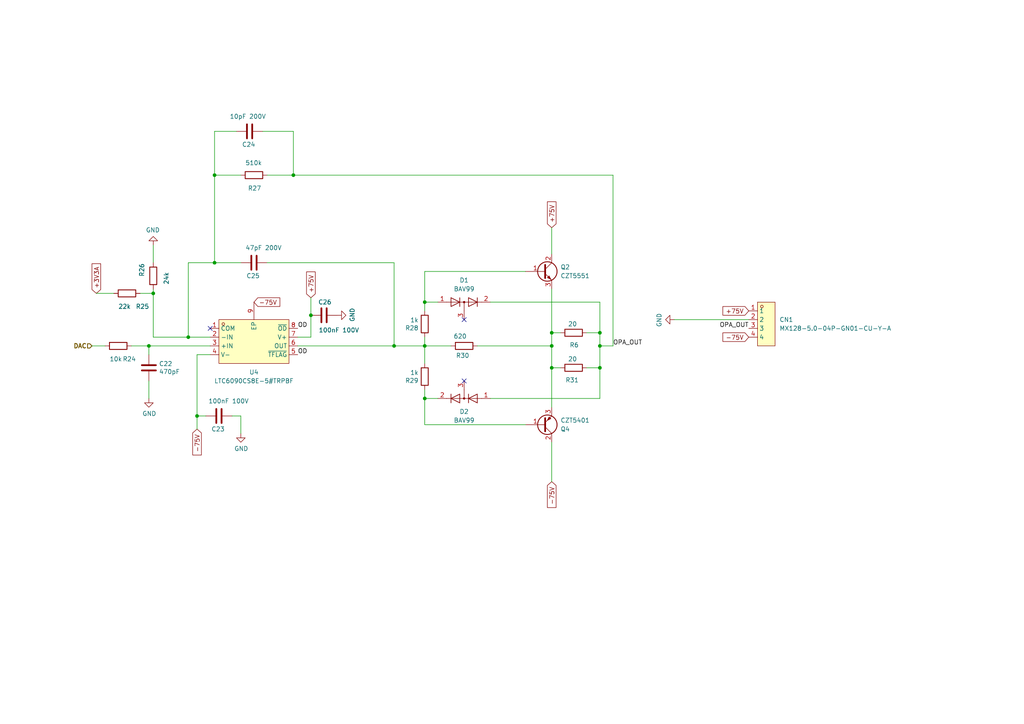
<source format=kicad_sch>
(kicad_sch (version 20231120) (generator "eeschema") (generator_version "8.0")
  (paper "A4")
  (lib_symbols
    (symbol "piezo_driver:BAV99" (pin_names hide)
      (property "Reference" "D" (at 0 5.08 0))
      (property "Value" "BAV99" (at 0 2.54 0))
      (symbol "BAV99_0_1"
        (polyline (pts (xy -5.08 0) (xy 5.08 0)))
      )
      (symbol "BAV99_1_1"
        (polyline (pts (xy 0 0) (xy 0 -2.54)))
        (polyline (pts (xy -1.27 -1.27) (xy -1.27 1.27) (xy -1.27 1.27)) (stroke (width 0.2032)))
        (polyline (pts (xy 3.81 1.27) (xy 3.81 -1.27) (xy 3.81 -1.27)) (stroke (width 0.2032)))
        (polyline (pts (xy -3.81 1.27) (xy -1.27 0) (xy -3.81 -1.27) (xy -3.81 1.27) (xy -3.81 1.27) (xy -3.81 1.27)) (stroke (width 0.2032)))
        (polyline (pts (xy 1.27 1.27) (xy 3.81 0) (xy 1.27 -1.27) (xy 1.27 1.27) (xy 1.27 1.27) (xy 1.27 1.27)) (stroke (width 0.2032)))
        (circle (center 0 0) (radius 0.254) (fill (type outline)))
        (pin passive line (at -7.62 0 0) (length 2.54) (name "K") (number "1"))
        (pin passive line (at 7.62 0 180) (length 2.54) (name "A") (number "2"))
        (pin passive line (at 0 -5.08 90) (length 2.54) (name "K") (number "3"))
      )
    )
    (symbol "piezo_driver:BCP53" (pin_names (offset 0) hide)
      (property "Reference" "Q6" (at 5.08 1.2701 0))
      (property "Value" "CZT5401" (at 5.08 -1.2699 0))
      (symbol "BCP53_0_1"
        (polyline (pts (xy 0.635 0.635) (xy 2.54 2.54)))
        (polyline (pts (xy 0.635 -0.635) (xy 2.54 -2.54) (xy 2.54 -2.54)))
        (polyline (pts (xy 0.635 1.905) (xy 0.635 -1.905) (xy 0.635 -1.905)) (stroke (width 0.508)))
        (polyline (pts (xy 2.286 -1.778) (xy 1.778 -2.286) (xy 1.27 -1.27) (xy 2.286 -1.778) (xy 2.286 -1.778)) (fill (type outline)))
        (circle (center 1.27 0) (radius 2.8194) (stroke (width 0.254)))
      )
      (symbol "BCP53_1_1"
        (pin input line (at -5.08 0 0) (length 5.715) (name "B") (number "1"))
        (pin passive line (at 2.54 5.08 270) (length 2.54) (name "C") (number "2"))
        (pin passive line (at 2.54 -5.08 90) (length 2.54) (name "E") (number "3"))
      )
    )
    (symbol "piezo_driver:BCP56" (pin_names (offset 0) hide)
      (property "Reference" "Q3" (at 5.08 1.2701 0))
      (property "Value" "CZT5551" (at 5.08 -1.2699 0))
      (symbol "BCP56_0_1"
        (polyline (pts (xy 0.635 0.635) (xy 2.54 2.54)))
        (polyline (pts (xy 0.635 -0.635) (xy 2.54 -2.54) (xy 2.54 -2.54)))
        (polyline (pts (xy 0.635 1.905) (xy 0.635 -1.905) (xy 0.635 -1.905)) (stroke (width 0.508)))
        (polyline (pts (xy 1.27 -1.778) (xy 1.778 -1.27) (xy 2.286 -2.286) (xy 1.27 -1.778) (xy 1.27 -1.778)) (fill (type outline)))
        (circle (center 1.27 0) (radius 2.8194) (stroke (width 0.254)))
      )
      (symbol "BCP56_1_1"
        (pin input line (at -5.08 0 0) (length 5.715) (name "B") (number "1"))
        (pin passive line (at 2.54 5.08 270) (length 2.54) (name "C") (number "2"))
        (pin passive line (at 2.54 -5.08 90) (length 2.54) (name "E") (number "3"))
      )
    )
    (symbol "piezo_driver:C" (pin_numbers hide) (pin_names (offset 0.254))
      (property "Reference" "C" (at 0.635 2.54 0))
      (property "Value" "C" (at 0.635 -2.54 0))
      (symbol "C_0_1"
        (polyline (pts (xy -2.032 -0.762) (xy 2.032 -0.762)) (stroke (width 0.508)))
        (polyline (pts (xy -2.032 0.762) (xy 2.032 0.762)) (stroke (width 0.508)))
      )
      (symbol "C_1_1"
        (pin passive line (at 0 3.81 270) (length 2.794) (name "~") (number "1"))
        (pin passive line (at 0 -3.81 90) (length 2.794) (name "~") (number "2"))
      )
    )
    (symbol "piezo_driver:GND" (power) (pin_names (offset 0))
      (property "Value" "GND" (at 0 -3.81 0))
      (symbol "GND_0_1"
        (polyline (pts (xy 0 0) (xy 0 -1.27) (xy 1.27 -1.27) (xy 0 -2.54) (xy -1.27 -1.27) (xy 0 -1.27)))
      )
      (symbol "GND_1_1"
        (pin power_in line (at 0 0 270) (length 0) hide (name "GND") (number "1"))
      )
    )
    (symbol "piezo_driver:LTC6090CS8E-5#TRPBF"
      (property "Reference" "U" (at 0 15.24 0))
      (property "Value" "LTC6090CS8E-5#TRPBF" (at 0 -10.16 0))
      (symbol "LTC6090CS8E-5#TRPBF_0_1"
        (rectangle (start -10.16 5.08) (end 10.16 -7.62) (fill (type background)))
        (circle (center -8.89 3.81) (radius 0.38))
        (pin unspecified line (at -12.7 2.54 0) (length 2.54) (name "COM") (number "1"))
        (pin unspecified line (at -12.7 0 0) (length 2.54) (name "-IN") (number "2"))
        (pin unspecified line (at -12.7 -2.54 0) (length 2.54) (name "+IN") (number "3"))
        (pin unspecified line (at -12.7 -5.08 0) (length 2.54) (name "V-") (number "4"))
        (pin unspecified line (at 12.7 -5.08 180) (length 2.54) (name "~{TFLAG}") (number "5"))
        (pin unspecified line (at 12.7 -2.54 180) (length 2.54) (name "OUT") (number "6"))
        (pin unspecified line (at 12.7 0 180) (length 2.54) (name "V+") (number "7"))
        (pin unspecified line (at 12.7 2.54 180) (length 2.54) (name "~{OD}") (number "8"))
        (pin unspecified line (at 0 10.16 270) (length 5.08) (name "EP") (number "9"))
      )
    )
    (symbol "piezo_driver:MX128-5.0-04P-GN01-CU-Y-A"
      (property "Reference" "CN" (at 0 8.89 0))
      (property "Value" "MX128-5.0-04P-GN01-CU-Y-A" (at 0 -8.89 0))
      (symbol "MX128-5.0-04P-GN01-CU-Y-A_0_1"
        (rectangle (start -2.54 6.35) (end 2.54 -6.35) (fill (type background)))
        (circle (center -1.27 5.08) (radius 0.38))
        (pin unspecified line (at -5.08 3.81 0) (length 2.54) (name "1") (number "1"))
        (pin unspecified line (at -5.08 1.27 0) (length 2.54) (name "2") (number "2"))
        (pin unspecified line (at -5.08 -1.27 0) (length 2.54) (name "3") (number "3"))
        (pin unspecified line (at -5.08 -3.81 0) (length 2.54) (name "4") (number "4"))
      )
    )
    (symbol "piezo_driver:R" (pin_numbers hide) (pin_names (offset 0))
      (property "Reference" "R" (at 2.032 0 90))
      (property "Value" "R" (at 0 0 90))
      (symbol "R_0_1"
        (rectangle (start -1.016 -2.54) (end 1.016 2.54) (stroke (width 0.254)))
      )
      (symbol "R_1_1"
        (pin passive line (at 0 3.81 270) (length 1.27) (name "~") (number "1"))
        (pin passive line (at 0 -3.81 90) (length 1.27) (name "~") (number "2"))
      )
    )
  )
  (junction (at 173.99 96.52))
  (junction (at 123.19 87.63))
  (junction (at 62.23 50.8))
  (junction (at 57.15 120.65))
  (junction (at 54.61 97.79))
  (junction (at 114.3 100.33))
  (junction (at 160.02 100.33))
  (junction (at 160.02 96.52))
  (junction (at 160.02 106.68))
  (junction (at 62.23 76.2))
  (junction (at 90.17 91.44))
  (junction (at 43.18 100.33))
  (junction (at 85.09 50.8))
  (junction (at 123.19 100.33))
  (junction (at 173.99 100.33))
  (junction (at 173.99 106.68))
  (junction (at 123.19 115.57))
  (junction (at 44.45 85.09))
  (no_connect (at 134.62 110.49))
  (no_connect (at 60.96 95.25))
  (no_connect (at 134.62 92.71))
  (wire (pts (xy 86.36 100.33) (xy 114.3 100.33)))
  (wire (pts (xy 44.45 85.09) (xy 44.45 97.79)))
  (wire (pts (xy 40.64 85.09) (xy 44.45 85.09)))
  (wire (pts (xy 160.02 106.68) (xy 160.02 118.11)))
  (wire (pts (xy 123.19 123.19) (xy 152.4 123.19)))
  (wire (pts (xy 123.19 123.19) (xy 123.19 115.57)))
  (wire (pts (xy 123.19 97.79) (xy 123.19 100.33)))
  (wire (pts (xy 68.58 38.1) (xy 62.23 38.1)))
  (wire (pts (xy 177.8 100.33) (xy 173.99 100.33)))
  (wire (pts (xy 44.45 83.82) (xy 44.45 85.09)))
  (wire (pts (xy 77.47 76.2) (xy 114.3 76.2)))
  (wire (pts (xy 170.18 96.52) (xy 173.99 96.52)))
  (wire (pts (xy 173.99 115.57) (xy 142.24 115.57)))
  (wire (pts (xy 160.02 96.52) (xy 162.56 96.52)))
  (wire (pts (xy 123.19 115.57) (xy 127 115.57)))
  (wire (pts (xy 160.02 139.7) (xy 160.02 128.27)))
  (wire (pts (xy 57.15 124.46) (xy 57.15 120.65)))
  (wire (pts (xy 62.23 50.8) (xy 62.23 76.2)))
  (wire (pts (xy 59.69 120.65) (xy 57.15 120.65)))
  (wire (pts (xy 27.94 85.09) (xy 33.02 85.09)))
  (wire (pts (xy 69.85 76.2) (xy 62.23 76.2)))
  (wire (pts (xy 160.02 106.68) (xy 162.56 106.68)))
  (wire (pts (xy 57.15 102.87) (xy 60.96 102.87)))
  (wire (pts (xy 57.15 120.65) (xy 57.15 102.87)))
  (wire (pts (xy 123.19 113.03) (xy 123.19 115.57)))
  (wire (pts (xy 26.67 100.33) (xy 30.48 100.33)))
  (wire (pts (xy 160.02 83.82) (xy 160.02 96.52)))
  (wire (pts (xy 114.3 100.33) (xy 114.3 76.2)))
  (wire (pts (xy 123.19 78.74) (xy 123.19 87.63)))
  (wire (pts (xy 195.58 92.71) (xy 217.17 92.71)))
  (wire (pts (xy 76.2 38.1) (xy 85.09 38.1)))
  (wire (pts (xy 177.8 50.8) (xy 177.8 100.33)))
  (wire (pts (xy 123.19 90.17) (xy 123.19 87.63)))
  (wire (pts (xy 160.02 96.52) (xy 160.02 100.33)))
  (wire (pts (xy 85.09 50.8) (xy 177.8 50.8)))
  (wire (pts (xy 123.19 100.33) (xy 123.19 105.41)))
  (wire (pts (xy 114.3 100.33) (xy 123.19 100.33)))
  (wire (pts (xy 173.99 87.63) (xy 142.24 87.63)))
  (wire (pts (xy 85.09 38.1) (xy 85.09 50.8)))
  (wire (pts (xy 170.18 106.68) (xy 173.99 106.68)))
  (wire (pts (xy 54.61 76.2) (xy 54.61 97.79)))
  (wire (pts (xy 90.17 86.36) (xy 90.17 91.44)))
  (wire (pts (xy 69.85 50.8) (xy 62.23 50.8)))
  (wire (pts (xy 123.19 100.33) (xy 130.81 100.33)))
  (wire (pts (xy 173.99 106.68) (xy 173.99 100.33)))
  (wire (pts (xy 69.85 125.73) (xy 69.85 120.65)))
  (wire (pts (xy 44.45 97.79) (xy 54.61 97.79)))
  (wire (pts (xy 43.18 102.87) (xy 43.18 100.33)))
  (wire (pts (xy 43.18 100.33) (xy 60.96 100.33)))
  (wire (pts (xy 43.18 100.33) (xy 38.1 100.33)))
  (wire (pts (xy 123.19 87.63) (xy 127 87.63)))
  (wire (pts (xy 160.02 66.04) (xy 160.02 73.66)))
  (wire (pts (xy 44.45 71.12) (xy 44.45 76.2)))
  (wire (pts (xy 62.23 76.2) (xy 54.61 76.2)))
  (wire (pts (xy 173.99 87.63) (xy 173.99 96.52)))
  (wire (pts (xy 54.61 97.79) (xy 60.96 97.79)))
  (wire (pts (xy 43.18 110.49) (xy 43.18 115.57)))
  (wire (pts (xy 160.02 106.68) (xy 160.02 100.33)))
  (wire (pts (xy 173.99 106.68) (xy 173.99 115.57)))
  (wire (pts (xy 77.47 50.8) (xy 85.09 50.8)))
  (wire (pts (xy 173.99 96.52) (xy 173.99 100.33)))
  (wire (pts (xy 90.17 97.79) (xy 86.36 97.79)))
  (wire (pts (xy 67.31 120.65) (xy 69.85 120.65)))
  (wire (pts (xy 90.17 91.44) (xy 90.17 97.79)))
  (wire (pts (xy 62.23 38.1) (xy 62.23 50.8)))
  (wire (pts (xy 123.19 78.74) (xy 152.4 78.74)))
  (wire (pts (xy 160.02 100.33) (xy 138.43 100.33)))
  (label "OD" (at 86.36 95.25 0) (effects (font (thickness 0.1588))))
  (label "OD" (at 86.36 102.87 0) (effects (font (thickness 0.1588))))
  (label "OPA_OUT" (at 217.17 95.25 180))
  (label "OPA_OUT" (at 177.8 100.33 0))
  (global_label "+3V3A" (shape input) (at 27.94 85.09 90) (property "Intersheetrefs" "${INTERSHEET_REFS}" (effects (hide yes))))
  (global_label "+75V" (shape input) (at 217.17 90.17 180) (property "Intersheetrefs" "${INTERSHEET_REFS}" (effects (hide yes))))
  (global_label "-75V" (shape input) (at 57.15 124.46 270) (property "Intersheetrefs" "${INTERSHEET_REFS}" (effects (hide yes))))
  (global_label "-75V" (shape input) (at 160.02 139.7 270) (property "Intersheetrefs" "${INTERSHEET_REFS}" (effects (hide yes))))
  (global_label "-75V" (shape input) (at 73.66 87.63 0) (property "Intersheetrefs" "${INTERSHEET_REFS}" (effects (hide yes))))
  (global_label "+75V" (shape input) (at 90.17 86.36 90) (property "Intersheetrefs" "${INTERSHEET_REFS}" (effects (hide yes))))
  (global_label "-75V" (shape input) (at 217.17 97.79 180) (property "Intersheetrefs" "${INTERSHEET_REFS}" (effects (hide yes))))
  (global_label "+75V" (shape input) (at 160.02 66.04 90) (property "Intersheetrefs" "${INTERSHEET_REFS}" (effects (hide yes))))
  (hierarchical_label "DAC" (shape input) (at 26.67 100.33 180) (effects (font (thickness 0.254) (bold yes))))
  (symbol (lib_id "piezo_driver:GND") (at 44.45 71.12 180) (unit 1)
    (property "Reference" "#PWR033" (effects (hide yes)))
    (property "Value" "GND" (at 44.323 66.7258 0))
    (instances (project "piezo_driver" (path "" (reference "#PWR033") (unit 1)) (path "" (reference "#PWR0104") (unit 1)) (path "" (reference "#PWR099") (unit 1))))
  )
  (symbol (lib_id "piezo_driver:GND") (at 69.85 125.73 0) (unit 1)
    (property "Reference" "#PWR034" (effects (hide yes)))
    (property "Value" "GND" (at 69.977 130.1242 0))
    (instances (project "piezo_driver" (path "" (reference "#PWR034") (unit 1)) (path "" (reference "#PWR0105") (unit 1)) (path "" (reference "#PWR0100") (unit 1))))
  )
  (symbol (lib_id "piezo_driver:R") (at 36.83 85.09 270) (unit 1)
    (property "Reference" "R25" (at 39.37 88.9 90) (effects (justify left)))
    (property "Value" "22k" (at 34.29 88.9 90) (effects (justify left)))
    (property "Footprint" "piezo_driver:R_0603_1608Metric_u" (effects (hide yes)))
    (property "LCSC" "C31850" (effects (hide yes)))
    (instances (project "piezo_driver" (path "" (reference "R25") (unit 1)) (path "" (reference "R59") (unit 1)) (path "" (reference "R51") (unit 1))))
  )
  (symbol (lib_id "piezo_driver:C") (at 63.5 120.65 90) (unit 1)
    (property "Reference" "C23" (at 63.246 124.46 90))
    (property "Value" "100nF 100V" (at 66.294 116.332 90))
    (property "Footprint" "piezo_driver:C_0805_2012Metric_u" (effects (hide yes)))
    (property "Description" "Unpolarized capacitor" (effects (hide yes)))
    (property "LCSC" "C28233" (effects (hide yes)))
    (instances (project "piezo_driver" (path "" (reference "C23") (unit 1)) (path "" (reference "C67") (unit 1)) (path "" (reference "C62") (unit 1))))
  )
  (symbol (lib_id "piezo_driver:LTC6090CS8E-5#TRPBF") (at 73.66 97.79 0) (unit 1)
    (property "Reference" "U4" (at 73.66 107.95 0))
    (property "Value" "LTC6090CS8E-5#TRPBF" (at 73.66 110.49 0))
    (property "Footprint" "piezo_driver:SO-8_L4.9-W3.9-P1.27-LS6.0-BL-EP" (effects (hide yes)))
    (property "Datasheet" "https://lcsc.com/product-detail/Pre-ordered-Products_Analog-Devices_LTC6090CS8E-5-TRPBF_Analog-Devices-ADI-LINEAR-LTC6090CS8E-5-TRPBF_C688798.html" (effects (hide yes)))
    (property "LCSC Part" "C688797" (effects (hide yes)))
    (instances (project "piezo_driver" (path "" (reference "U4") (unit 1)) (path "" (reference "U11") (unit 1)) (path "" (reference "U10") (unit 1))))
  )
  (symbol (lib_id "piezo_driver:BCP56") (at 157.48 78.74 0) (unit 1)
    (property "Reference" "Q2" (at 162.56 77.4699 0) (effects (justify left)))
    (property "Value" "CZT5551" (at 162.56 80.0099 0) (effects (justify left)))
    (property "Footprint" "piezo_driver:SOT-223-3_TabPin2" (effects (hide yes)))
    (property "Datasheet" "https://www.nxp.com/docs/en/data-sheet/BCP56_BCX56_BC56PA.pdf" (effects (hide yes)))
    (property "Description" "1A Ic, 80V Vce, NPN Medium Power Transistor, SOT-223" (effects (hide yes)))
    (property "LCSC" "C513469" (effects (hide yes)))
    (instances (project "" (path "" (reference "Q2") (unit 1)) (path "" (reference "Q10") (unit 1)) (path "" (reference "Q3") (unit 1))))
  )
  (symbol (lib_id "piezo_driver:BAV99") (at 134.62 115.57 180) (unit 1)
    (property "Reference" "D2" (at 134.62 119.38 0))
    (property "Value" "BAV99" (at 134.62 121.92 0))
    (property "Footprint" "piezo_driver:SOT-23" (effects (hide yes)))
    (property "Datasheet" "https://assets.nexperia.com/documents/data-sheet/BAV99_SER.pdf" (effects (hide yes)))
    (property "Description" "BAV99 High-speed switching diodes, SOT-23" (effects (hide yes)))
    (property "LCSC" "C2500" (effects (hide yes)))
    (instances (project "piezo_driver" (path "" (reference "D2") (unit 1)) (path "" (reference "D13") (unit 1)) (path "" (reference "D11") (unit 1))))
  )
  (symbol (lib_id "piezo_driver:BAV99") (at 134.62 87.63 0) (unit 1)
    (property "Reference" "D1" (at 134.62 81.28 0))
    (property "Value" "BAV99" (at 134.62 83.82 0))
    (property "Footprint" "piezo_driver:SOT-23" (effects (hide yes)))
    (property "Datasheet" "https://assets.nexperia.com/documents/data-sheet/BAV99_SER.pdf" (effects (hide yes)))
    (property "Description" "BAV99 High-speed switching diodes, SOT-23" (effects (hide yes)))
    (property "LCSC" "C2500" (effects (hide yes)))
    (instances (project "piezo_driver" (path "" (reference "D1") (unit 1)) (path "" (reference "D12") (unit 1)) (path "" (reference "D10") (unit 1))))
  )
  (symbol (lib_id "piezo_driver:R") (at 166.37 106.68 90) (unit 1)
    (property "Reference" "R31" (at 167.894 110.236 90) (effects (justify left)))
    (property "Value" "20" (at 167.386 104.14 90) (effects (justify left)))
    (property "Footprint" "piezo_driver:R_1206_3216Metric" (effects (hide yes)))
    (property "LCSC" "C17955" (effects (hide yes)))
    (instances (project "piezo_driver" (path "" (reference "R31") (unit 1)) (path "" (reference "R65") (unit 1)) (path "" (reference "R57") (unit 1))))
  )
  (symbol (lib_id "piezo_driver:GND") (at 97.79 91.44 90) (unit 1)
    (property "Reference" "#PWR035" (effects (hide yes)))
    (property "Value" "GND" (at 102.1842 91.313 0))
    (instances (project "piezo_driver" (path "" (reference "#PWR035") (unit 1)) (path "" (reference "#PWR0106") (unit 1)) (path "" (reference "#PWR0101") (unit 1))))
  )
  (symbol (lib_id "piezo_driver:R") (at 73.66 50.8 270) (unit 1)
    (property "Reference" "R27" (at 71.882 54.61 90) (effects (justify left)))
    (property "Value" "510k" (at 71.12 47.244 90) (effects (justify left)))
    (property "Footprint" "piezo_driver:R_0603_1608Metric_u" (effects (hide yes)))
    (property "LCSC" "C23192" (effects (hide yes)))
    (instances (project "piezo_driver" (path "" (reference "R27") (unit 1)) (path "" (reference "R61") (unit 1)) (path "" (reference "R53") (unit 1))))
  )
  (symbol (lib_id "piezo_driver:GND") (at 195.58 92.71 270) (unit 1)
    (property "Reference" "#PWR036" (effects (hide yes)))
    (property "Value" "GND" (at 191.1858 92.837 0))
    (instances (project "piezo_driver" (path "" (reference "#PWR036") (unit 1)) (path "" (reference "#PWR0107") (unit 1)) (path "" (reference "#PWR0102") (unit 1))))
  )
  (symbol (lib_id "piezo_driver:R") (at 134.62 100.33 90) (unit 1)
    (property "Reference" "R30" (at 136.144 103.124 90) (effects (justify left)))
    (property "Value" "620" (at 135.382 97.536 90) (effects (justify left)))
    (property "Footprint" "piezo_driver:R_0603_1608Metric_u" (effects (hide yes)))
    (property "LCSC" "C23220" (effects (hide yes)))
    (instances (project "piezo_driver" (path "" (reference "R30") (unit 1)) (path "" (reference "R64") (unit 1)) (path "" (reference "R56") (unit 1))))
  )
  (symbol (lib_id "piezo_driver:R") (at 123.19 93.98 180) (unit 1)
    (property "Reference" "R28" (at 121.412 95.1484 0) (effects (justify left)))
    (property "Value" "1k" (at 121.412 92.837 0) (effects (justify left)))
    (property "Footprint" "piezo_driver:R_0603_1608Metric_u" (effects (hide yes)))
    (property "LCSC" "C21190" (effects (hide yes)))
    (instances (project "piezo_driver" (path "" (reference "R28") (unit 1)) (path "" (reference "R62") (unit 1)) (path "" (reference "R54") (unit 1))))
  )
  (symbol (lib_id "piezo_driver:MX128-5.0-04P-GN01-CU-Y-A") (at 222.25 93.98 0) (unit 1)
    (property "Reference" "CN1" (at 226.06 92.7099 0) (effects (justify left)))
    (property "Value" "MX128-5.0-04P-GN01-CU-Y-A" (at 226.06 95.2499 0) (effects (justify left)))
    (property "Footprint" "piezo_driver:CONN-TH_4P-MX128-5.0-04P-GN01-CU-Y-A" (effects (hide yes)))
    (property "LCSC Part" "C5290369" (effects (hide yes)))
    (instances (project "" (path "" (reference "CN1") (unit 1)) (path "" (reference "CN3") (unit 1)) (path "" (reference "CN2") (unit 1))))
  )
  (symbol (lib_id "piezo_driver:R") (at 44.45 80.01 0) (unit 1)
    (property "Reference" "R26" (at 41.148 80.264 90) (effects (justify left)))
    (property "Value" "24k" (at 48.26 82.55 90) (effects (justify left)))
    (property "Footprint" "piezo_driver:R_0603_1608Metric_u" (effects (hide yes)))
    (property "LCSC" "C23352" (effects (hide yes)))
    (instances (project "piezo_driver" (path "" (reference "R26") (unit 1)) (path "" (reference "R60") (unit 1)) (path "" (reference "R52") (unit 1))))
  )
  (symbol (lib_id "piezo_driver:BCP53") (at 157.48 123.19 0) (mirror x) (unit 1)
    (property "Reference" "Q4" (at 162.56 124.4601 0) (effects (justify left)))
    (property "Value" "CZT5401" (at 162.56 121.9201 0) (effects (justify left)))
    (property "Footprint" "piezo_driver:SOT-223-3_TabPin2" (effects (hide yes)))
    (property "Datasheet" "http://www.onsemi.com/pub_link/Collateral/BCP53T1-D.PDF" (effects (hide yes)))
    (property "Description" "1A Ic, 80V Vce, PNP Medium Power Transistor, SOT-223" (effects (hide yes)))
    (property "LCSC" "C189430" (effects (hide yes)))
    (instances (project "" (path "" (reference "Q4") (unit 1)) (path "" (reference "Q8") (unit 1)) (path "" (reference "Q6") (unit 1))))
  )
  (symbol (lib_id "piezo_driver:R") (at 166.37 96.52 90) (unit 1)
    (property "Reference" "R6" (at 167.894 100.076 90) (effects (justify left)))
    (property "Value" "20" (at 167.386 93.98 90) (effects (justify left)))
    (property "Footprint" "piezo_driver:R_1206_3216Metric" (effects (hide yes)))
    (property "LCSC" "C17955" (effects (hide yes)))
    (instances (project "piezo_driver" (path "" (reference "R6") (unit 1)) (path "" (reference "R16") (unit 1)) (path "" (reference "R12") (unit 1))))
  )
  (symbol (lib_id "piezo_driver:R") (at 34.29 100.33 270) (unit 1)
    (property "Reference" "R24" (at 35.56 104.14 90) (effects (justify left)))
    (property "Value" "10k" (at 31.75 104.14 90) (effects (justify left)))
    (property "Footprint" "piezo_driver:R_0603_1608Metric_u" (effects (hide yes)))
    (property "LCSC" "C25804" (effects (hide yes)))
    (instances (project "piezo_driver" (path "" (reference "R24") (unit 1)) (path "" (reference "R58") (unit 1)) (path "" (reference "R50") (unit 1))))
  )
  (symbol (lib_id "piezo_driver:C") (at 43.18 106.68 0) (unit 1)
    (property "Reference" "C22" (at 46.101 105.5116 0) (effects (justify left)))
    (property "Value" "470pF" (at 46.101 107.823 0) (effects (justify left)))
    (property "Footprint" "piezo_driver:C_0603_1608Metric_u" (effects (hide yes)))
    (property "LCSC" "C1620" (effects (hide yes)))
    (instances (project "piezo_driver" (path "" (reference "C22") (unit 1)) (path "" (reference "C66") (unit 1)) (path "" (reference "C61") (unit 1))))
  )
  (symbol (lib_id "piezo_driver:R") (at 123.19 109.22 180) (unit 1)
    (property "Reference" "R29" (at 121.412 110.3884 0) (effects (justify left)))
    (property "Value" "1k" (at 121.412 108.077 0) (effects (justify left)))
    (property "Footprint" "piezo_driver:R_0603_1608Metric_u" (effects (hide yes)))
    (property "LCSC" "C21190" (effects (hide yes)))
    (instances (project "piezo_driver" (path "" (reference "R29") (unit 1)) (path "" (reference "R63") (unit 1)) (path "" (reference "R55") (unit 1))))
  )
  (symbol (lib_id "piezo_driver:C") (at 73.66 76.2 90) (unit 1)
    (property "Reference" "C25" (at 73.406 80.01 90))
    (property "Value" "47pF 200V" (at 76.454 71.882 90))
    (property "Footprint" "piezo_driver:C_0805_2012Metric_u" (effects (hide yes)))
    (property "Description" "Unpolarized capacitor" (effects (hide yes)))
    (property "LCSC" "C5186754" (effects (hide yes)))
    (instances (project "piezo_driver" (path "" (reference "C25") (unit 1)) (path "" (reference "C69") (unit 1)) (path "" (reference "C64") (unit 1))))
  )
  (symbol (lib_id "piezo_driver:C") (at 93.98 91.44 270) (unit 1)
    (property "Reference" "C26" (at 94.234 87.63 90))
    (property "Value" "100nF 100V" (at 98.298 95.758 90))
    (property "Footprint" "piezo_driver:C_0805_2012Metric_u" (effects (hide yes)))
    (property "Description" "Unpolarized capacitor" (effects (hide yes)))
    (property "LCSC" "C28233" (effects (hide yes)))
    (instances (project "piezo_driver" (path "" (reference "C26") (unit 1)) (path "" (reference "C70") (unit 1)) (path "" (reference "C65") (unit 1))))
  )
  (symbol (lib_id "piezo_driver:C") (at 72.39 38.1 90) (unit 1)
    (property "Reference" "C24" (at 72.136 41.91 90))
    (property "Value" "10pF 200V" (at 71.882 33.782 90))
    (property "Footprint" "piezo_driver:C_0805_2012Metric_u" (effects (hide yes)))
    (property "Description" "Unpolarized capacitor" (effects (hide yes)))
    (property "LCSC" "C309488" (effects (hide yes)))
    (instances (project "piezo_driver" (path "" (reference "C24") (unit 1)) (path "" (reference "C68") (unit 1)) (path "" (reference "C63") (unit 1))))
  )
  (symbol (lib_id "piezo_driver:GND") (at 43.18 115.57 0) (unit 1)
    (property "Reference" "#PWR032" (effects (hide yes)))
    (property "Value" "GND" (at 43.307 119.9642 0))
    (instances (project "piezo_driver" (path "" (reference "#PWR032") (unit 1)) (path "" (reference "#PWR0103") (unit 1)) (path "" (reference "#PWR098") (unit 1))))
  )
)
</source>
